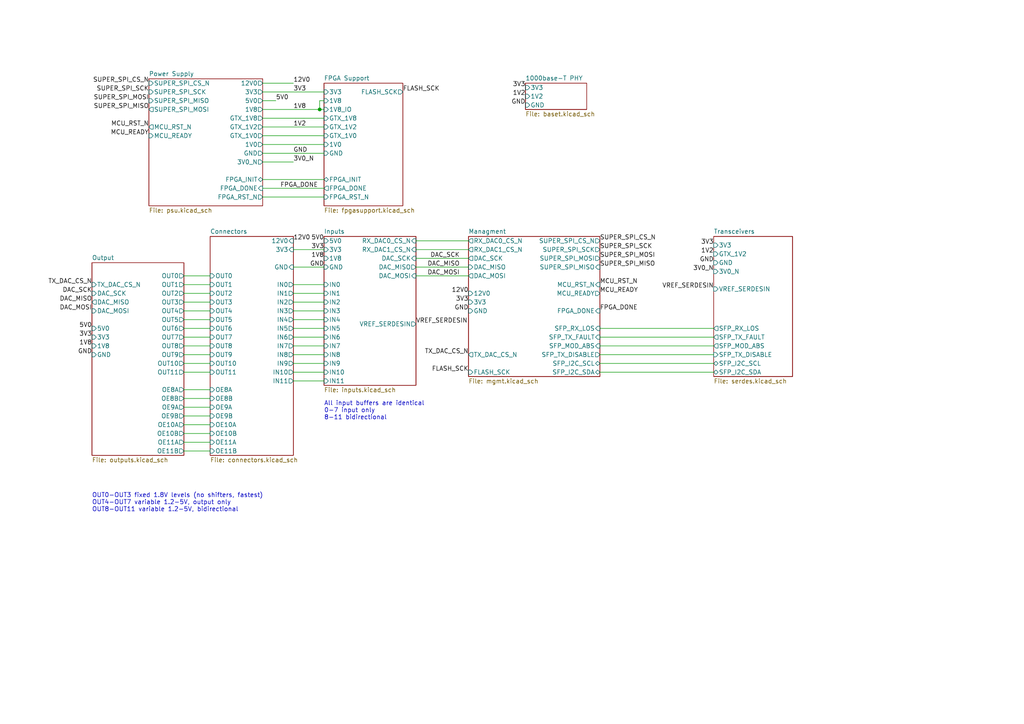
<source format=kicad_sch>
(kicad_sch (version 20211123) (generator eeschema)
  (paper "A4")
  (title_block (title "Trigger Crossbar") (date "2023-12-17") (rev "0.1") (company "Antikernel Labs") (comment 1 "Andrew D. Zonenberg"))
  (lib_symbols)
  (junction (at 92.71 31.75))
  (wire (pts (xy 85.09 107.95) (xy 93.98 107.95)))
  (wire (pts (xy 120.65 72.39) (xy 135.89 72.39)))
  (wire (pts (xy 85.09 90.17) (xy 93.98 90.17)))
  (wire (pts (xy 53.34 113.03) (xy 60.96 113.03)))
  (wire (pts (xy 173.99 107.95) (xy 207.01 107.95)))
  (wire (pts (xy 53.34 85.09) (xy 60.96 85.09)))
  (wire (pts (xy 173.99 100.33) (xy 207.01 100.33)))
  (wire (pts (xy 76.2 24.13) (xy 85.09 24.13)))
  (wire (pts (xy 173.99 105.41) (xy 207.01 105.41)))
  (wire (pts (xy 53.34 118.11) (xy 60.96 118.11)))
  (wire (pts (xy 76.2 46.99) (xy 85.09 46.99)))
  (wire (pts (xy 76.2 36.83) (xy 93.98 36.83)))
  (wire (pts (xy 76.2 54.61) (xy 93.98 54.61)))
  (wire (pts (xy 76.2 41.91) (xy 93.98 41.91)))
  (wire (pts (xy 53.34 123.19) (xy 60.96 123.19)))
  (wire (pts (xy 53.34 92.71) (xy 60.96 92.71)))
  (wire (pts (xy 76.2 44.45) (xy 93.98 44.45)))
  (wire (pts (xy 85.09 110.49) (xy 93.98 110.49)))
  (wire (pts (xy 173.99 97.79) (xy 207.01 97.79)))
  (wire (pts (xy 85.09 77.47) (xy 93.98 77.47)))
  (wire (pts (xy 120.65 77.47) (xy 135.89 77.47)))
  (wire (pts (xy 120.65 69.85) (xy 135.89 69.85)))
  (wire (pts (xy 92.71 29.21) (xy 93.98 29.21)))
  (wire (pts (xy 53.34 90.17) (xy 60.96 90.17)))
  (wire (pts (xy 85.09 100.33) (xy 93.98 100.33)))
  (wire (pts (xy 53.34 97.79) (xy 60.96 97.79)))
  (wire (pts (xy 76.2 52.07) (xy 93.98 52.07)))
  (wire (pts (xy 92.71 31.75) (xy 93.98 31.75)))
  (wire (pts (xy 76.2 29.21) (xy 80.01 29.21)))
  (wire (pts (xy 85.09 102.87) (xy 93.98 102.87)))
  (wire (pts (xy 85.09 72.39) (xy 93.98 72.39)))
  (wire (pts (xy 76.2 31.75) (xy 92.71 31.75)))
  (wire (pts (xy 53.34 102.87) (xy 60.96 102.87)))
  (wire (pts (xy 120.65 74.93) (xy 135.89 74.93)))
  (wire (pts (xy 53.34 95.25) (xy 60.96 95.25)))
  (wire (pts (xy 85.09 85.09) (xy 93.98 85.09)))
  (wire (pts (xy 53.34 105.41) (xy 60.96 105.41)))
  (wire (pts (xy 85.09 105.41) (xy 93.98 105.41)))
  (wire (pts (xy 85.09 92.71) (xy 93.98 92.71)))
  (wire (pts (xy 76.2 39.37) (xy 93.98 39.37)))
  (wire (pts (xy 53.34 100.33) (xy 60.96 100.33)))
  (wire (pts (xy 53.34 82.55) (xy 60.96 82.55)))
  (wire (pts (xy 53.34 128.27) (xy 60.96 128.27)))
  (wire (pts (xy 76.2 26.67) (xy 93.98 26.67)))
  (wire (pts (xy 173.99 102.87) (xy 207.01 102.87)))
  (wire (pts (xy 92.71 29.21) (xy 92.71 31.75)))
  (wire (pts (xy 120.65 80.01) (xy 135.89 80.01)))
  (wire (pts (xy 53.34 87.63) (xy 60.96 87.63)))
  (wire (pts (xy 76.2 57.15) (xy 93.98 57.15)))
  (wire (pts (xy 85.09 97.79) (xy 93.98 97.79)))
  (wire (pts (xy 85.09 95.25) (xy 93.98 95.25)))
  (wire (pts (xy 53.34 115.57) (xy 60.96 115.57)))
  (wire (pts (xy 85.09 82.55) (xy 93.98 82.55)))
  (wire (pts (xy 53.34 80.01) (xy 60.96 80.01)))
  (wire (pts (xy 173.99 95.25) (xy 207.01 95.25)))
  (wire (pts (xy 76.2 34.29) (xy 93.98 34.29)))
  (wire (pts (xy 53.34 130.81) (xy 60.96 130.81)))
  (wire (pts (xy 53.34 125.73) (xy 60.96 125.73)))
  (wire (pts (xy 53.34 120.65) (xy 60.96 120.65)))
  (wire (pts (xy 85.09 87.63) (xy 93.98 87.63)))
  (wire (pts (xy 53.34 107.95) (xy 60.96 107.95)))
  (text "All input buffers are identical\n0-7 input only\n8-11 bidirectional" (at 93.98 121.92 0) (effects (font (size 1.27 1.27)) (justify left bottom)))
  (text "OUT0-OUT3 fixed 1.8V levels (no shifters, fastest)\nOUT4-OUT7 variable 1.2-5V, output only\nOUT8-OUT11 variable 1.2-5V, bidirectional" (at 26.67 148.59 0) (effects (font (size 1.27 1.27)) (justify left bottom)))
  (label "SUPER_SPI_CS_N" (at 173.99 69.85 0))
  (label "GND" (at 93.98 77.47 180))
  (label "SUPER_SPI_MOSI" (at 173.99 74.93 0))
  (label "FPGA_DONE" (at 81.28 54.61 0))
  (label "DAC_MISO" (at 26.67 87.63 180))
  (label "VREF_SERDESIN" (at 207.01 83.82 180))
  (label "FPGA_DONE" (at 173.99 90.17 0))
  (label "3V3" (at 207.01 71.12 180))
  (label "DAC_MISO" (at 133.35 77.47 180))
  (label "GND" (at 135.89 90.17 180))
  (label "SUPER_SPI_MISO" (at 43.18 31.75 180))
  (label "GND" (at 85.09 44.45 0))
  (label "12V0" (at 85.09 24.13 0))
  (label "FLASH_SCK" (at 116.84 26.67 0))
  (label "SUPER_SPI_MISO" (at 173.99 77.47 0))
  (label "SUPER_SPI_SCK" (at 173.99 72.39 0))
  (label "1V8" (at 93.98 74.93 180))
  (label "3V0_N" (at 85.09 46.99 0))
  (label "3V3" (at 26.67 97.79 180))
  (label "1V2" (at 152.4 27.94 180))
  (label "5V0" (at 26.67 95.25 180))
  (label "VREF_SERDESIN" (at 120.65 93.98 0))
  (label "3V3" (at 135.89 87.63 180))
  (label "GND" (at 152.4 30.48 180))
  (label "12V0" (at 135.89 85.09 180))
  (label "TX_DAC_CS_N" (at 135.89 102.87 180))
  (label "TX_DAC_CS_N" (at 26.67 82.55 180))
  (label "DAC_MOSI" (at 133.35 80.01 180))
  (label "DAC_SCK" (at 26.67 85.09 180))
  (label "MCU_RST_N" (at 43.18 36.83 180))
  (label "SUPER_SPI_MOSI" (at 43.18 29.21 180))
  (label "3V0_N" (at 207.01 78.74 180))
  (label "1V2" (at 85.09 36.83 0))
  (label "SUPER_SPI_SCK" (at 43.18 26.67 180))
  (label "MCU_RST_N" (at 173.99 82.55 0))
  (label "MCU_READY" (at 173.99 85.09 0))
  (label "5V0" (at 80.01 29.21 0))
  (label "12V0" (at 85.09 69.85 0))
  (label "3V3" (at 93.98 72.39 180))
  (label "3V3" (at 85.09 26.67 0))
  (label "DAC_SCK" (at 133.35 74.93 180))
  (label "GND" (at 207.01 76.2 180))
  (label "3V3" (at 152.4 25.4 180))
  (label "FLASH_SCK" (at 135.89 107.95 180))
  (label "5V0" (at 93.98 69.85 180))
  (label "DAC_MOSI" (at 26.67 90.17 180))
  (label "GND" (at 26.67 102.87 180))
  (label "SUPER_SPI_CS_N" (at 43.18 24.13 180))
  (label "1V8" (at 85.09 31.75 0))
  (label "1V2" (at 207.01 73.66 180))
  (label "MCU_READY" (at 43.18 39.37 180))
  (label "1V8" (at 26.67 100.33 180))
  (sheet (at 152.4 24.13) (size 17.78 7.62) (stroke (width 0.1524))
    (property "Sheet name" "1000base-T PHY" (at 152.4 23.4184 0) (effects (justify left bottom)))
    (property "Sheet file" "baset.kicad_sch" (at 152.4 32.3346 0) (effects (justify left top)))
    (pin "GND" input (at 152.4 30.48 180))
    (pin "3V3" input (at 152.4 25.4 180))
    (pin "1V2" input (at 152.4 27.94 180))
  )
  (sheet (at 135.89 68.58) (size 38.1 40.64) (stroke (width 0.1524))
    (property "Sheet name" "Managment" (at 135.89 67.8684 0) (effects (justify left bottom)))
    (property "Sheet file" "mgmt.kicad_sch" (at 135.89 109.8046 0) (effects (justify left top)))
    (pin "GND" input (at 135.89 90.17 180))
    (pin "MCU_RST_N" input (at 173.99 82.55 0))
    (pin "SUPER_SPI_CS_N" output (at 173.99 69.85 0))
    (pin "SUPER_SPI_SCK" output (at 173.99 72.39 0))
    (pin "SUPER_SPI_MOSI" output (at 173.99 74.93 0))
    (pin "SUPER_SPI_MISO" input (at 173.99 77.47 0))
    (pin "3V3" input (at 135.89 87.63 180))
    (pin "12V0" input (at 135.89 85.09 180))
    (pin "MCU_READY" output (at 173.99 85.09 0))
    (pin "DAC_SCK" output (at 135.89 74.93 180))
    (pin "DAC_MOSI" output (at 135.89 80.01 180))
    (pin "DAC_MISO" input (at 135.89 77.47 180))
    (pin "RX_DAC0_CS_N" output (at 135.89 69.85 180))
    (pin "RX_DAC1_CS_N" output (at 135.89 72.39 180))
    (pin "FLASH_SCK" input (at 135.89 107.95 180))
    (pin "FPGA_DONE" input (at 173.99 90.17 0))
    (pin "SFP_RX_LOS" input (at 173.99 95.25 0))
    (pin "SFP_TX_FAULT" input (at 173.99 97.79 0))
    (pin "SFP_MOD_ABS" input (at 173.99 100.33 0))
    (pin "SFP_TX_DISABLE" output (at 173.99 102.87 0))
    (pin "SFP_I2C_SCL" bidirectional (at 173.99 105.41 0))
    (pin "SFP_I2C_SDA" bidirectional (at 173.99 107.95 0))
    (pin "TX_DAC_CS_N" output (at 135.89 102.87 180))
  )
  (sheet (at 43.18 22.86) (size 33.02 36.83) (stroke (width 0.1524))
    (property "Sheet name" "Power Supply" (at 43.18 22.1484 0) (effects (justify left bottom)))
    (property "Sheet file" "psu.kicad_sch" (at 43.18 60.2746 0) (effects (justify left top)))
    (pin "1V0" output (at 76.2 41.91 0))
    (pin "GND" output (at 76.2 44.45 0))
    (pin "12V0" output (at 76.2 24.13 0))
    (pin "3V3" output (at 76.2 26.67 0))
    (pin "GTX_1V8" output (at 76.2 34.29 0))
    (pin "GTX_1V0" output (at 76.2 39.37 0))
    (pin "GTX_1V2" output (at 76.2 36.83 0))
    (pin "1V8" output (at 76.2 31.75 0))
    (pin "SUPER_SPI_CS_N" input (at 43.18 24.13 180))
    (pin "SUPER_SPI_SCK" input (at 43.18 26.67 180))
    (pin "SUPER_SPI_MISO" input (at 43.18 29.21 180))
    (pin "SUPER_SPI_MOSI" output (at 43.18 31.75 180))
    (pin "FPGA_INIT" bidirectional (at 76.2 52.07 0))
    (pin "FPGA_DONE" input (at 76.2 54.61 0))
    (pin "FPGA_RST_N" output (at 76.2 57.15 0))
    (pin "MCU_RST_N" output (at 43.18 36.83 180))
    (pin "MCU_READY" input (at 43.18 39.37 180))
    (pin "3V0_N" output (at 76.2 46.99 0))
    (pin "5V0" output (at 76.2 29.21 0))
  )
  (sheet (at 26.67 76.2) (size 26.67 55.88) (stroke (width 0.1524))
    (property "Sheet name" "Output" (at 26.67 75.4884 0) (effects (justify left bottom)))
    (property "Sheet file" "outputs.kicad_sch" (at 26.67 132.6646 0) (effects (justify left top)))
    (pin "OUT7" output (at 53.34 97.79 0))
    (pin "OUT8" output (at 53.34 100.33 0))
    (pin "OUT9" output (at 53.34 102.87 0))
    (pin "OUT10" output (at 53.34 105.41 0))
    (pin "OUT11" output (at 53.34 107.95 0))
    (pin "OUT6" output (at 53.34 95.25 0))
    (pin "OUT4" output (at 53.34 90.17 0))
    (pin "OUT5" output (at 53.34 92.71 0))
    (pin "OUT3" output (at 53.34 87.63 0))
    (pin "OUT0" output (at 53.34 80.01 0))
    (pin "OUT2" output (at 53.34 85.09 0))
    (pin "OUT1" output (at 53.34 82.55 0))
    (pin "GND" input (at 26.67 102.87 180))
    (pin "5V0" input (at 26.67 95.25 180))
    (pin "1V8" input (at 26.67 100.33 180))
    (pin "DAC_MISO" output (at 26.67 87.63 180))
    (pin "DAC_MOSI" input (at 26.67 90.17 180))
    (pin "DAC_SCK" input (at 26.67 85.09 180))
    (pin "TX_DAC_CS_N" input (at 26.67 82.55 180))
    (pin "3V3" input (at 26.67 97.79 180))
    (pin "OE8A" output (at 53.34 113.03 0))
    (pin "OE9A" output (at 53.34 118.11 0))
    (pin "OE10A" output (at 53.34 123.19 0))
    (pin "OE11A" output (at 53.34 128.27 0))
    (pin "OE9B" output (at 53.34 120.65 0))
    (pin "OE8B" output (at 53.34 115.57 0))
    (pin "OE11B" output (at 53.34 130.81 0))
    (pin "OE10B" output (at 53.34 125.73 0))
  )
  (sheet (at 93.98 24.13) (size 22.86 35.56) (stroke (width 0.1524))
    (property "Sheet name" "FPGA Support" (at 93.98 23.4184 0) (effects (justify left bottom)))
    (property "Sheet file" "fpgasupport.kicad_sch" (at 93.98 60.2746 0) (effects (justify left top)))
    (pin "GTX_1V8" input (at 93.98 34.29 180))
    (pin "GTX_1V0" input (at 93.98 39.37 180))
    (pin "GTX_1V2" input (at 93.98 36.83 180))
    (pin "1V0" input (at 93.98 41.91 180))
    (pin "3V3" input (at 93.98 26.67 180))
    (pin "1V8" input (at 93.98 29.21 180))
    (pin "GND" input (at 93.98 44.45 180))
    (pin "1V8_IO" input (at 93.98 31.75 180))
    (pin "FPGA_INIT" bidirectional (at 93.98 52.07 180))
    (pin "FPGA_DONE" output (at 93.98 54.61 180))
    (pin "FPGA_RST_N" input (at 93.98 57.15 180))
    (pin "FLASH_SCK" output (at 116.84 26.67 0))
  )
  (sheet (at 60.96 68.58) (size 24.13 63.5) (stroke (width 0.1524))
    (property "Sheet name" "Connectors" (at 60.96 67.8684 0) (effects (justify left bottom)))
    (property "Sheet file" "connectors.kicad_sch" (at 60.96 132.6646 0) (effects (justify left top)))
    (pin "IN0" output (at 85.09 82.55 0))
    (pin "GND" input (at 85.09 77.47 0))
    (pin "IN1" output (at 85.09 85.09 0))
    (pin "IN5" output (at 85.09 95.25 0))
    (pin "IN4" output (at 85.09 92.71 0))
    (pin "IN2" output (at 85.09 87.63 0))
    (pin "IN7" output (at 85.09 100.33 0))
    (pin "IN3" output (at 85.09 90.17 0))
    (pin "IN6" output (at 85.09 97.79 0))
    (pin "IN8" output (at 85.09 102.87 0))
    (pin "IN9" output (at 85.09 105.41 0))
    (pin "IN10" output (at 85.09 107.95 0))
    (pin "IN11" output (at 85.09 110.49 0))
    (pin "OUT4" input (at 60.96 90.17 180))
    (pin "OUT5" input (at 60.96 92.71 180))
    (pin "OUT0" input (at 60.96 80.01 180))
    (pin "OUT1" input (at 60.96 82.55 180))
    (pin "OUT2" input (at 60.96 85.09 180))
    (pin "OUT6" input (at 60.96 95.25 180))
    (pin "OUT7" input (at 60.96 97.79 180))
    (pin "OUT3" input (at 60.96 87.63 180))
    (pin "OUT9" input (at 60.96 102.87 180))
    (pin "OUT10" input (at 60.96 105.41 180))
    (pin "OUT11" input (at 60.96 107.95 180))
    (pin "OUT8" input (at 60.96 100.33 180))
    (pin "OE8A" input (at 60.96 113.03 180))
    (pin "OE10A" input (at 60.96 123.19 180))
    (pin "OE9A" input (at 60.96 118.11 180))
    (pin "OE11A" input (at 60.96 128.27 180))
    (pin "OE8B" input (at 60.96 115.57 180))
    (pin "OE10B" input (at 60.96 125.73 180))
    (pin "OE9B" input (at 60.96 120.65 180))
    (pin "OE11B" input (at 60.96 130.81 180))
    (pin "12V0" input (at 85.09 69.85 0))
    (pin "3V3" input (at 85.09 72.39 0))
  )
  (sheet (at 93.98 68.58) (size 26.67 43.18) (stroke (width 0.1524))
    (property "Sheet name" "Inputs" (at 93.98 67.8684 0) (effects (justify left bottom)))
    (property "Sheet file" "inputs.kicad_sch" (at 93.98 112.3446 0) (effects (justify left top)))
    (pin "IN0" input (at 93.98 82.55 180))
    (pin "GND" input (at 93.98 77.47 180))
    (pin "3V3" input (at 93.98 72.39 180))
    (pin "IN11" input (at 93.98 110.49 180))
    (pin "IN7" input (at 93.98 100.33 180))
    (pin "IN8" input (at 93.98 102.87 180))
    (pin "IN6" input (at 93.98 97.79 180))
    (pin "IN9" input (at 93.98 105.41 180))
    (pin "IN10" input (at 93.98 107.95 180))
    (pin "IN2" input (at 93.98 87.63 180))
    (pin "IN3" input (at 93.98 90.17 180))
    (pin "IN1" input (at 93.98 85.09 180))
    (pin "1V8" input (at 93.98 74.93 180))
    (pin "RX_DAC0_CS_N" input (at 120.65 69.85 0))
    (pin "DAC_SCK" input (at 120.65 74.93 0))
    (pin "DAC_MOSI" input (at 120.65 80.01 0))
    (pin "DAC_MISO" output (at 120.65 77.47 0))
    (pin "IN5" input (at 93.98 95.25 180))
    (pin "IN4" input (at 93.98 92.71 180))
    (pin "RX_DAC1_CS_N" input (at 120.65 72.39 0))
    (pin "VREF_SERDESIN" output (at 120.65 93.98 0))
    (pin "5V0" input (at 93.98 69.85 180))
  )
  (sheet (at 207.01 68.58) (size 22.86 40.64) (stroke (width 0.1524))
    (property "Sheet name" "Transceivers" (at 207.01 67.8684 0) (effects (justify left bottom)))
    (property "Sheet file" "serdes.kicad_sch" (at 207.01 109.8046 0) (effects (justify left top)))
    (pin "SFP_I2C_SCL" bidirectional (at 207.01 105.41 180))
    (pin "SFP_TX_DISABLE" input (at 207.01 102.87 180))
    (pin "SFP_RX_LOS" output (at 207.01 95.25 180))
    (pin "SFP_MOD_ABS" output (at 207.01 100.33 180))
    (pin "SFP_TX_FAULT" output (at 207.01 97.79 180))
    (pin "SFP_I2C_SDA" bidirectional (at 207.01 107.95 180))
    (pin "GND" input (at 207.01 76.2 180))
    (pin "3V3" input (at 207.01 71.12 180))
    (pin "VREF_SERDESIN" input (at 207.01 83.82 180))
    (pin "3V0_N" input (at 207.01 78.74 180))
    (pin "GTX_1V2" input (at 207.01 73.66 180))
  )
)
</source>
